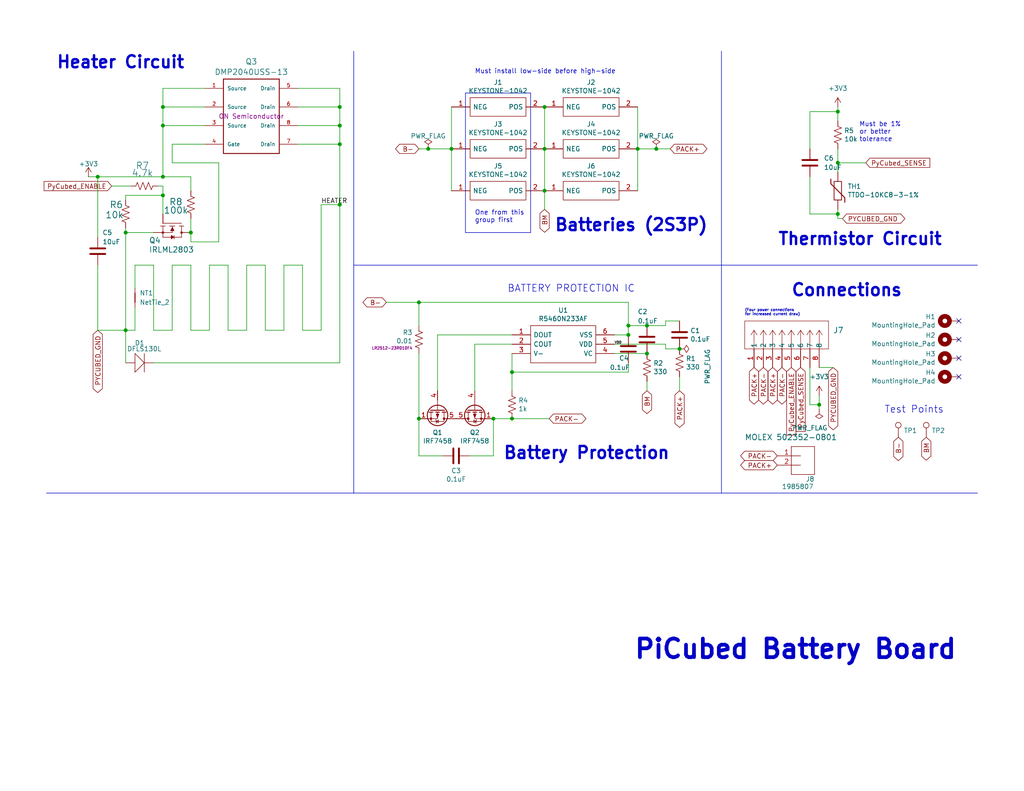
<source format=kicad_sch>
(kicad_sch (version 20250114) (generator "eeschema") (generator_version "9.0")
  (paper "USLetter")
  (title_block (title "PiCubed Battery Board") (date "2025-04-05") (rev "2.3") (company "SSI") (comment 1 "Original design by Max Holliday, edited by Grant Regen and Sage Wu"))
  (lib_symbols
    (symbol "Connector:TestPoint" (pin_numbers (hide yes)) (pin_names (offset 0.762) (hide yes))
      (property "Reference" "TP" (at 0 6.858 0))
      (property "Value" "TestPoint" (at 0 5.08 0))
      (symbol "TestPoint_0_1"
        (circle (center 0 3.302) (radius 0.762))
      )
      (symbol "TestPoint_1_1"
        (pin passive line (at 0 0 90) (length 2.54) (name "1") (number "1"))
      )
    )
    (symbol "Device:C" (pin_numbers (hide yes)) (pin_names (offset 0.254))
      (property "Reference" "C" (at 0.635 2.54 0))
      (property "Value" "C" (at 0.635 -2.54 0))
      (symbol "C_0_1"
        (polyline (pts (xy -2.032 0.762) (xy 2.032 0.762)) (stroke (width 0.508)))
        (polyline (pts (xy -2.032 -0.762) (xy 2.032 -0.762)) (stroke (width 0.508)))
      )
      (symbol "C_1_1"
        (pin passive line (at 0 3.81 270) (length 2.794) (name "~") (number "1"))
        (pin passive line (at 0 -3.81 90) (length 2.794) (name "~") (number "2"))
      )
    )
    (symbol "Device:NetTie_2" (pin_numbers (hide yes)) (pin_names (offset 0) (hide yes)) (in_bom no)
      (property "Reference" "NT" (at 0 1.27 0))
      (property "Value" "NetTie_2" (at 0 -1.27 0))
      (symbol "NetTie_2_0_1"
        (polyline (pts (xy -1.27 0) (xy 1.27 0)) (stroke (width 0.254)))
      )
      (symbol "NetTie_2_1_1"
        (pin passive line (at -2.54 0 0) (length 2.54) (name "1") (number "1"))
        (pin passive line (at 2.54 0 180) (length 2.54) (name "2") (number "2"))
      )
    )
    (symbol "Device:R_US" (pin_numbers (hide yes)) (pin_names (offset 0))
      (property "Reference" "R" (at 2.54 0 90))
      (property "Value" "R_US" (at -2.54 0 90))
      (symbol "R_US_0_1"
        (polyline (pts (xy 0 2.286) (xy 0 2.54)))
        (polyline (pts (xy 0 2.286) (xy 1.016 1.905) (xy 0 1.524) (xy -1.016 1.143) (xy 0 0.762)))
        (polyline (pts (xy 0 0.762) (xy 1.016 0.381) (xy 0 0) (xy -1.016 -0.381) (xy 0 -0.762)))
        (polyline (pts (xy 0 -0.762) (xy 1.016 -1.143) (xy 0 -1.524) (xy -1.016 -1.905) (xy 0 -2.286)))
        (polyline (pts (xy 0 -2.286) (xy 0 -2.54)))
      )
      (symbol "R_US_1_1"
        (pin passive line (at 0 3.81 270) (length 1.27) (name "~") (number "1"))
        (pin passive line (at 0 -3.81 90) (length 1.27) (name "~") (number "2"))
      )
    )
    (symbol "Device:Thermistor" (pin_numbers (hide yes)) (pin_names (offset 0))
      (property "Reference" "TH" (at 2.54 1.27 90))
      (property "Value" "Thermistor" (at -2.54 0 90))
      (symbol "Thermistor_0_1"
        (polyline (pts (xy -1.905 3.175) (xy -1.905 1.905) (xy 1.905 -1.905) (xy 1.905 -3.175) (xy 1.905 -3.175)) (stroke (width 0.254)))
        (rectangle (start -1.016 2.54) (end 1.016 -2.54) (stroke (width 0.2032)))
      )
      (symbol "Thermistor_1_1"
        (pin passive line (at 0 5.08 270) (length 2.54) (name "~") (number "1"))
        (pin passive line (at 0 -5.08 90) (length 2.54) (name "~") (number "2"))
      )
    )
    (symbol "Mechanical:MountingHole_Pad" (pin_numbers (hide yes)) (pin_names (offset 1.016) (hide yes)) (exclude_from_sim yes) (in_bom no)
      (property "Reference" "H" (at 0 6.35 0))
      (property "Value" "MountingHole_Pad" (at 0 4.445 0))
      (symbol "MountingHole_Pad_0_1"
        (circle (center 0 1.27) (radius 1.27) (stroke (width 1.27)))
      )
      (symbol "MountingHole_Pad_1_1"
        (pin input line (at 0 -2.54 90) (length 2.54) (name "1") (number "1"))
      )
    )
    (symbol "power:+3V3" (power) (pin_numbers (hide yes)) (pin_names (offset 0) (hide yes))
      (property "Value" "+3V3" (at 0 3.556 0))
      (symbol "+3V3_0_1"
        (polyline (pts (xy -0.762 1.27) (xy 0 2.54)))
        (polyline (pts (xy 0 2.54) (xy 0.762 1.27)))
        (polyline (pts (xy 0 0) (xy 0 2.54)))
      )
      (symbol "+3V3_1_1"
        (pin power_in line (at 0 0 90) (length 0) (name "~") (number "1"))
      )
    )
    (symbol "power:PWR_FLAG" (power) (pin_numbers (hide yes)) (pin_names (offset 0) (hide yes))
      (property "Value" "PWR_FLAG" (at 0 3.81 0))
      (symbol "PWR_FLAG_0_0"
        (pin power_out line (at 0 0 90) (length 0) (name "~") (number "1"))
      )
      (symbol "PWR_FLAG_0_1"
        (polyline (pts (xy 0 0) (xy 0 1.27) (xy -1.016 1.905) (xy 0 2.54) (xy 1.016 1.905) (xy 0 1.27)))
      )
    )
    (symbol "ssi_IC:R5460N233AF" (pin_names (offset 0.762))
      (property "Reference" "U" (at 12.7 3.81 0))
      (property "Value" "R5460N233AF" (at 7.62 -8.89 0))
      (symbol "R5460N233AF_0_0"
        (pin output line (at 0 0 0) (length 5.08) (name "DOUT") (number "1"))
        (pin output line (at 0 -2.54 0) (length 5.08) (name "COUT") (number "2"))
        (pin input line (at 0 -5.08 0) (length 5.08) (name "V-") (number "3"))
        (pin power_in line (at 27.94 0 180) (length 5.08) (name "VSS") (number "6"))
        (pin power_in line (at 27.94 -2.54 180) (length 5.08) (name "VDD") (number "5"))
        (pin input line (at 27.94 -5.08 180) (length 5.08) (name "VC") (number "4"))
      )
      (symbol "R5460N233AF_0_1"
        (polyline (pts (xy 5.08 2.54) (xy 22.86 2.54) (xy 22.86 -7.62) (xy 5.08 -7.62) (xy 5.08 2.54)) (stroke (width 0.1524)))
      )
    )
    (symbol "ssi_connector:1985807" (pin_names (offset 1.016))
      (property "Reference" "JP" (at -2.54 5.842 0))
      (property "Value" "1985807" (at -2.54 -5.08 0))
      (symbol "1985807_1_0"
        (polyline (pts (xy -2.54 5.08) (xy -2.54 -2.54)))
        (polyline (pts (xy -2.54 5.08) (xy 3.81 5.08)))
        (polyline (pts (xy 1.27 2.54) (xy 2.54 2.54)))
        (polyline (pts (xy 1.27 0) (xy 2.54 0)))
        (polyline (pts (xy 3.81 -2.54) (xy -2.54 -2.54)))
        (polyline (pts (xy 3.81 -2.54) (xy 3.81 5.08)))
        (pin passive line (at 7.62 2.54 180) (length 5.08) (name "2") (number "2"))
        (pin passive line (at 7.62 0 180) (length 5.08) (name "1") (number "1"))
      )
    )
    (symbol "ssi_connector:502352-0801" (pin_names (offset 0.254))
      (property "Reference" "J7" (at 10.16 -21.59 90))
      (property "Value" "MOLEX 502352-0801" (at -19.05 2.54 90))
      (symbol "502352-0801_1_1"
        (polyline (pts (xy 5.08 2.54) (xy 5.08 -20.32)) (stroke (width 0.127)))
        (polyline (pts (xy 5.08 -20.32) (xy 12.7 -20.32)) (stroke (width 0.127)))
        (polyline (pts (xy 10.16 0) (xy 5.08 0)) (stroke (width 0.127)))
        (polyline (pts (xy 10.16 0) (xy 8.89 0.8467)) (stroke (width 0.127)))
        (polyline (pts (xy 10.16 0) (xy 8.89 -0.8467)) (stroke (width 0.127)))
        (polyline (pts (xy 10.16 -2.54) (xy 5.08 -2.54)) (stroke (width 0.127)))
        (polyline (pts (xy 10.16 -2.54) (xy 8.89 -1.6933)) (stroke (width 0.127)))
        (polyline (pts (xy 10.16 -2.54) (xy 8.89 -3.3867)) (stroke (width 0.127)))
        (polyline (pts (xy 10.16 -5.08) (xy 5.08 -5.08)) (stroke (width 0.127)))
        (polyline (pts (xy 10.16 -5.08) (xy 8.89 -4.2333)) (stroke (width 0.127)))
        (polyline (pts (xy 10.16 -5.08) (xy 8.89 -5.9267)) (stroke (width 0.127)))
        (polyline (pts (xy 10.16 -7.62) (xy 5.08 -7.62)) (stroke (width 0.127)))
        (polyline (pts (xy 10.16 -7.62) (xy 8.89 -6.7733)) (stroke (width 0.127)))
        (polyline (pts (xy 10.16 -7.62) (xy 8.89 -8.4667)) (stroke (width 0.127)))
        (polyline (pts (xy 10.16 -10.16) (xy 5.08 -10.16)) (stroke (width 0.127)))
        (polyline (pts (xy 10.16 -10.16) (xy 8.89 -9.3133)) (stroke (width 0.127)))
        (polyline (pts (xy 10.16 -10.16) (xy 8.89 -11.0067)) (stroke (width 0.127)))
        (polyline (pts (xy 10.16 -12.7) (xy 5.08 -12.7)) (stroke (width 0.127)))
        (polyline (pts (xy 10.16 -12.7) (xy 8.89 -11.8533)) (stroke (width 0.127)))
        (polyline (pts (xy 10.16 -12.7) (xy 8.89 -13.5467)) (stroke (width 0.127)))
        (polyline (pts (xy 10.16 -15.24) (xy 5.08 -15.24)) (stroke (width 0.127)))
        (polyline (pts (xy 10.16 -15.24) (xy 8.89 -14.3933)) (stroke (width 0.127)))
        (polyline (pts (xy 10.16 -15.24) (xy 8.89 -16.0867)) (stroke (width 0.127)))
        (polyline (pts (xy 10.16 -17.78) (xy 5.08 -17.78)) (stroke (width 0.127)))
        (polyline (pts (xy 10.16 -17.78) (xy 8.89 -16.9333)) (stroke (width 0.127)))
        (polyline (pts (xy 10.16 -17.78) (xy 8.89 -18.6267)) (stroke (width 0.127)))
        (polyline (pts (xy 12.7 2.54) (xy 5.08 2.54)) (stroke (width 0.127)))
        (polyline (pts (xy 12.7 -20.32) (xy 12.7 2.54)) (stroke (width 0.127)))
        (pin passive line (at 0 0 0) (length 5.08) (name "1") (number "1"))
        (pin passive line (at 0 -2.54 0) (length 5.08) (name "2") (number "2"))
        (pin passive line (at 0 -5.08 0) (length 5.08) (name "3") (number "3"))
        (pin passive line (at 0 -7.62 0) (length 5.08) (name "4") (number "4"))
        (pin passive line (at 0 -10.16 0) (length 5.08) (name "5") (number "5"))
        (pin passive line (at 0 -12.7 0) (length 5.08) (name "6") (number "6"))
        (pin passive line (at 0 -15.24 0) (length 5.08) (name "7") (number "7"))
        (pin passive line (at 0 -17.78 0) (length 5.08) (name "8") (number "8"))
      )
    )
    (symbol "ssi_connector:Keystone-1042" (pin_names (offset 0.762))
      (property "Reference" "J" (at 11.43 6.35 0))
      (property "Value" "Keystone-1042" (at 10.16 3.81 0))
      (symbol "Keystone-1042_0_0"
        (pin power_out line (at 0 0 0) (length 5.08) (name "NEG") (number "1"))
        (pin power_out line (at 25.4 0 180) (length 5.08) (name "POS") (number "2"))
      )
      (symbol "Keystone-1042_0_1"
        (polyline (pts (xy 5.08 2.54) (xy 20.32 2.54) (xy 20.32 -2.54) (xy 5.08 -2.54) (xy 5.08 2.54)) (stroke (width 0.1524)))
      )
    )
    (symbol "ssi_diode:DFLS130L" (pin_names (offset 1.016))
      (property "Reference" "D" (at 0 2.54 0))
      (property "Value" "DFLS130L" (at 0 -5.08 0))
      (symbol "DFLS130L_1_0"
        (polyline (pts (xy 0 2.54) (xy 0 -2.54)))
        (polyline (pts (xy 0 -2.54) (xy 2.54 0)))
        (polyline (pts (xy 2.54 2.54) (xy 2.54 -2.54)))
        (polyline (pts (xy 2.54 0) (xy 0 2.54)))
        (pin bidirectional line (at -2.54 0 0) (length 2.54) (name "A") (number "A"))
        (pin bidirectional line (at 5.08 0 180) (length 2.54) (name "C") (number "C"))
      )
    )
    (symbol "ssi_transistor:DMP2040USS-13" (pin_names (offset 1.016))
      (property "Reference" "Q" (at -7.62 10.287 0))
      (property "Value" "DMP2040USS-13" (at -7.493 -12.065 0))
      (symbol "DMP2040USS-13_0_0"
        (polyline (pts (xy -7.62 10.16) (xy 7.62 10.16)) (stroke (width 0.254)))
        (polyline (pts (xy -7.62 -10.16) (xy -7.62 10.16)) (stroke (width 0.254)))
        (polyline (pts (xy 7.62 10.16) (xy 7.62 -10.16)) (stroke (width 0.254)))
        (polyline (pts (xy 7.62 -10.16) (xy -7.62 -10.16)) (stroke (width 0.254)))
        (pin bidirectional line (at -12.7 7.62 0) (length 5.08) (name "Source") (number "1"))
        (pin bidirectional line (at -12.7 2.54 0) (length 5.08) (name "Source") (number "2"))
        (pin bidirectional line (at -12.7 -2.54 0) (length 5.08) (name "Source") (number "3"))
        (pin bidirectional line (at -12.7 -7.62 0) (length 5.08) (name "Gate") (number "4"))
        (pin bidirectional line (at 12.7 7.62 180) (length 5.08) (name "Drain") (number "5"))
        (pin bidirectional line (at 12.7 2.54 180) (length 5.08) (name "Drain") (number "6"))
        (pin bidirectional line (at 12.7 -2.54 180) (length 5.08) (name "Drain") (number "8"))
        (pin bidirectional line (at 12.7 -7.62 180) (length 5.08) (name "Drain") (number "7"))
      )
    )
    (symbol "ssi_transistor:IRF7458" (pin_names (hide yes))
      (property "Reference" "Q1" (at 6.3246 0 90))
      (property "Value" "IRF7458" (at 8.636 0 90))
      (symbol "IRF7458_0_1"
        (polyline (pts (xy 0.254 1.905) (xy 0.254 -1.905)) (stroke (width 0.254)))
        (polyline (pts (xy 0.254 0) (xy -2.54 0)))
        (polyline (pts (xy 0.762 2.286) (xy 0.762 1.27)) (stroke (width 0.254)))
        (polyline (pts (xy 0.762 1.778) (xy 3.302 1.778) (xy 3.302 -1.778) (xy 0.762 -1.778)))
        (polyline (pts (xy 0.762 0.508) (xy 0.762 -0.508)) (stroke (width 0.254)))
        (polyline (pts (xy 0.762 -1.27) (xy 0.762 -2.286)) (stroke (width 0.254)))
        (circle (center 1.651 0) (radius 2.794) (stroke (width 0.254)))
        (polyline (pts (xy 2.286 0) (xy 1.27 0.381) (xy 1.27 -0.381) (xy 2.286 0)) (fill (type outline)))
        (polyline (pts (xy 2.54 2.54) (xy 2.54 1.778)))
        (circle (center 2.54 1.778) (radius 0.254) (fill (type outline)))
        (circle (center 2.54 -1.778) (radius 0.254) (fill (type outline)))
        (polyline (pts (xy 2.54 -2.54) (xy 2.54 0) (xy 0.762 0)))
        (polyline (pts (xy 2.794 -0.508) (xy 2.921 -0.381) (xy 3.683 -0.381) (xy 3.81 -0.254)))
        (polyline (pts (xy 3.302 -0.381) (xy 2.921 0.254) (xy 3.683 0.254) (xy 3.302 -0.381)))
      )
      (symbol "IRF7458_1_1"
        (pin passive line (at -5.08 0 0) (length 2.54) (name "G") (number "4"))
        (pin passive line (at 2.54 5.08 270) (length 2.54) (name "D") (number "5"))
        (pin passive line (at 2.54 5.08 270) (length 2.54) (hide yes) (name "D") (number "6"))
        (pin passive line (at 2.54 5.08 270) (length 2.54) (hide yes) (name "D") (number "7"))
        (pin passive line (at 2.54 5.08 270) (length 2.54) (hide yes) (name "D") (number "8"))
        (pin passive line (at 2.54 -5.08 90) (length 2.54) (name "S") (number "1"))
        (pin passive line (at 2.54 -5.08 90) (length 2.54) (hide yes) (name "S") (number "2"))
        (pin passive line (at 2.54 -5.08 90) (length 2.54) (hide yes) (name "S") (number "3"))
      )
    )
    (symbol "ssi_transistor:IRLML2803TRPBF" (pin_names (offset 1.016))
      (property "Reference" "Q" (at -11.43 1.27 0))
      (property "Value" "IRLML2803TRPBF" (at -11.43 3.81 0))
      (symbol "IRLML2803TRPBF_1_0"
        (polyline (pts (xy 0 2.54) (xy 0 -2.54)))
        (polyline (pts (xy 0.762 3.175) (xy 0.762 2.54)))
        (polyline (pts (xy 0.762 2.54) (xy 0.762 1.905)))
        (polyline (pts (xy 0.762 2.54) (xy 3.81 2.54)))
        (polyline (pts (xy 0.762 0.762) (xy 0.762 0)))
        (polyline (pts (xy 0.762 0) (xy 0.762 -0.762)))
        (polyline (pts (xy 0.762 0) (xy 2.54 0)))
        (polyline (pts (xy 0.762 -1.905) (xy 0.762 -2.54)))
        (polyline (pts (xy 0.762 -2.54) (xy 0.762 -3.175)))
        (polyline (pts (xy 1.016 0) (xy 2.032 0.508) (xy 2.032 -0.508)) (fill (type outline)))
        (circle (center 2.54 2.54) (radius 0.254))
        (polyline (pts (xy 2.54 0) (xy 2.54 -2.54)))
        (polyline (pts (xy 2.54 -2.54) (xy 0.762 -2.54)))
        (polyline (pts (xy 2.54 -2.54) (xy 3.81 -2.54)))
        (circle (center 2.54 -2.54) (radius 0.254))
        (polyline (pts (xy 3.302 0.508) (xy 3.81 0.508)))
        (polyline (pts (xy 3.81 2.54) (xy 3.81 0.508)))
        (polyline (pts (xy 3.81 0.508) (xy 3.81 -0.508)))
        (polyline (pts (xy 3.81 0.508) (xy 4.318 0.508)))
        (polyline (pts (xy 3.81 0.508) (xy 3.302 -0.254) (xy 4.318 -0.254)) (fill (type outline)))
        (polyline (pts (xy 3.81 -0.508) (xy 3.81 -2.54)))
        (pin passive line (at -2.54 -2.54 0) (length 2.54) (name "G") (number "1"))
        (pin passive line (at 2.54 5.08 270) (length 2.54) (name "D") (number "3"))
        (pin passive line (at 2.54 -5.08 90) (length 2.54) (name "S") (number "2"))
      )
    )
  )
  (text "Connections" (at 246.38 81.28 0) (effects (font (size 3.2766 3.2766) (thickness 0.6553) (bold yes)) (justify right bottom)))
  (text "(Four power connections \nfor increased current draw)" (at 203.2 86.36 0) (effects (font (size 0.7112 0.7112)) (justify left bottom)))
  (text "One from this \ngroup first" (at 129.54 60.96 0) (effects (font (size 1.27 1.27)) (justify left bottom)))
  (text "Must be 1%\nor better\ntolerance" (at 234.442 38.862 0) (effects (font (size 1.27 1.27)) (justify left bottom)))
  (text "PiCubed Battery Board" (at 172.72 180.34 0) (effects (font (size 5.08 5.08) (thickness 1.016) (bold yes)) (justify left bottom)))
  (text "Batteries (2S3P)" (at 151.13 63.5 0) (effects (font (size 3.2766 3.2766) (thickness 0.6553) (bold yes)) (justify left bottom)))
  (text "Heater Circuit" (at 15.24 19.05 0) (effects (font (size 3.2766 3.2766) (thickness 0.6553) (bold yes)) (justify left bottom)))
  (text "Test Points" (at 241.3 113.03 0) (effects (font (size 1.905 1.905)) (justify left bottom)))
  (text "Battery Protection" (at 137.16 125.73 0) (effects (font (size 3.2766 3.2766) (thickness 0.6553) (bold yes)) (justify left bottom)))
  (text "Must install low-side before high-side" (at 129.54 20.32 0) (effects (font (size 1.27 1.27)) (justify left bottom)))
  (text "Thermistor Circuit" (at 212.09 67.31 0) (effects (font (size 3.2766 3.2766) (thickness 0.6553) (bold yes)) (justify left bottom)))
  (text "BATTERY PROTECTION IC" (at 138.43 80.01 0) (effects (font (size 1.905 1.905)) (justify left bottom)))
  (junction (at 34.29 90.17))
  (junction (at 185.42 95.25))
  (junction (at 116.84 40.64))
  (junction (at 139.7 114.3))
  (junction (at 228.6 44.45))
  (junction (at 92.71 29.21))
  (junction (at 139.7 101.6))
  (junction (at 171.45 88.9))
  (junction (at 92.71 34.29))
  (junction (at 44.45 29.21))
  (junction (at 171.45 91.44))
  (junction (at 148.59 52.07))
  (junction (at 92.71 39.37))
  (junction (at 44.45 53.34))
  (junction (at 114.3 82.55))
  (junction (at 223.52 110.49))
  (junction (at 26.67 48.26))
  (junction (at 148.59 29.21))
  (junction (at 173.99 40.64))
  (junction (at 123.19 40.64))
  (junction (at 228.6 58.42))
  (junction (at 92.71 55.88))
  (junction (at 228.6 30.48))
  (junction (at 176.53 96.52))
  (junction (at 179.07 40.64))
  (junction (at 52.07 63.5))
  (junction (at 176.53 88.9))
  (junction (at 34.29 63.5))
  (junction (at 148.59 40.64))
  (junction (at 114.3 114.3))
  (junction (at 134.62 114.3))
  (junction (at 44.45 48.26))
  (junction (at 44.45 34.29))
  (no_connect (at 261.62 102.87))
  (no_connect (at 261.62 92.71))
  (no_connect (at 261.62 97.79))
  (no_connect (at 261.62 87.63))
  (wire (pts (xy 82.55 72.39) (xy 77.47 72.39)))
  (wire (pts (xy 171.45 82.55) (xy 114.3 82.55)))
  (wire (pts (xy 44.45 48.26) (xy 44.45 34.29)))
  (wire (pts (xy 46.99 90.17) (xy 41.91 90.17)))
  (wire (pts (xy 171.45 99.06) (xy 171.45 101.6)))
  (wire (pts (xy 114.3 124.46) (xy 114.3 114.3)))
  (wire (pts (xy 148.59 52.07) (xy 148.59 57.15)))
  (wire (pts (xy 52.07 72.39) (xy 46.99 72.39)))
  (wire (pts (xy 139.7 106.68) (xy 139.7 101.6)))
  (wire (pts (xy 36.83 72.39) (xy 36.83 78.74)))
  (wire (pts (xy 46.99 72.39) (xy 46.99 90.17)))
  (wire (pts (xy 30.48 50.8) (xy 35.56 50.8)))
  (wire (pts (xy 34.29 53.34) (xy 44.45 53.34)))
  (wire (pts (xy 59.69 44.45) (xy 46.99 44.45)))
  (wire (pts (xy 92.71 29.21) (xy 92.71 34.29)))
  (wire (pts (xy 176.53 88.9) (xy 181.61 88.9)))
  (wire (pts (xy 41.91 63.5) (xy 34.29 63.5)))
  (wire (pts (xy 62.23 90.17) (xy 62.23 72.39)))
  (wire (pts (xy 59.69 66.04) (xy 59.69 44.45)))
  (wire (pts (xy 67.31 72.39) (xy 67.31 90.17)))
  (wire (pts (xy 44.45 48.26) (xy 52.07 48.26)))
  (wire (pts (xy 41.91 90.17) (xy 41.91 72.39)))
  (wire (pts (xy 223.52 107.95) (xy 223.52 110.49)))
  (polyline (pts (xy 127 25.4) (xy 144.78 25.4)))
  (wire (pts (xy 119.38 91.44) (xy 139.7 91.44)))
  (wire (pts (xy 123.19 52.07) (xy 123.19 40.64)))
  (wire (pts (xy 114.3 40.64) (xy 116.84 40.64)))
  (wire (pts (xy 220.98 40.64) (xy 220.98 30.48)))
  (wire (pts (xy 41.91 99.06) (xy 92.71 99.06)))
  (wire (pts (xy 176.53 106.68) (xy 176.53 104.14)))
  (wire (pts (xy 114.3 114.3) (xy 114.3 96.52)))
  (wire (pts (xy 123.19 40.64) (xy 123.19 29.21)))
  (wire (pts (xy 52.07 90.17) (xy 52.07 72.39)))
  (wire (pts (xy 119.38 106.68) (xy 119.38 91.44)))
  (wire (pts (xy 57.15 90.17) (xy 52.07 90.17)))
  (wire (pts (xy 57.15 72.39) (xy 57.15 90.17)))
  (wire (pts (xy 87.63 90.17) (xy 82.55 90.17)))
  (wire (pts (xy 44.45 24.13) (xy 55.88 24.13)))
  (wire (pts (xy 92.71 55.88) (xy 92.71 39.37)))
  (wire (pts (xy 223.52 111.76) (xy 223.52 110.49)))
  (wire (pts (xy 128.27 124.46) (xy 134.62 124.46)))
  (wire (pts (xy 223.52 110.49) (xy 220.98 110.49)))
  (wire (pts (xy 228.6 44.45) (xy 228.6 40.64)))
  (wire (pts (xy 26.67 90.17) (xy 34.29 90.17)))
  (wire (pts (xy 173.99 40.64) (xy 179.07 40.64)))
  (wire (pts (xy 167.64 91.44) (xy 171.45 91.44)))
  (wire (pts (xy 185.42 106.68) (xy 185.42 102.87)))
  (wire (pts (xy 72.39 90.17) (xy 72.39 72.39)))
  (wire (pts (xy 46.99 44.45) (xy 46.99 39.37)))
  (wire (pts (xy 67.31 90.17) (xy 62.23 90.17)))
  (wire (pts (xy 77.47 72.39) (xy 77.47 90.17)))
  (wire (pts (xy 171.45 88.9) (xy 176.53 88.9)))
  (wire (pts (xy 87.63 55.88) (xy 87.63 90.17)))
  (wire (pts (xy 171.45 88.9) (xy 171.45 91.44)))
  (wire (pts (xy 148.59 40.64) (xy 148.59 52.07)))
  (wire (pts (xy 181.61 88.9) (xy 181.61 87.63)))
  (wire (pts (xy 44.45 29.21) (xy 44.45 34.29)))
  (wire (pts (xy 92.71 55.88) (xy 87.63 55.88)))
  (polyline (pts (xy 12.7 134.62) (xy 96.52 134.62)))
  (wire (pts (xy 134.62 114.3) (xy 139.7 114.3)))
  (wire (pts (xy 181.61 87.63) (xy 185.42 87.63)))
  (wire (pts (xy 171.45 101.6) (xy 139.7 101.6)))
  (wire (pts (xy 171.45 88.9) (xy 171.45 82.55)))
  (wire (pts (xy 77.47 90.17) (xy 72.39 90.17)))
  (wire (pts (xy 114.3 82.55) (xy 105.41 82.55)))
  (polyline (pts (xy 96.52 134.62) (xy 96.52 13.97)))
  (wire (pts (xy 228.6 59.69) (xy 228.6 58.42)))
  (wire (pts (xy 129.54 93.98) (xy 129.54 106.68)))
  (wire (pts (xy 26.67 72.39) (xy 26.67 90.17)))
  (wire (pts (xy 81.28 29.21) (xy 92.71 29.21)))
  (wire (pts (xy 34.29 53.34) (xy 34.29 54.61)))
  (wire (pts (xy 72.39 72.39) (xy 67.31 72.39)))
  (wire (pts (xy 44.45 50.8) (xy 44.45 53.34)))
  (wire (pts (xy 24.13 48.26) (xy 26.67 48.26)))
  (wire (pts (xy 134.62 124.46) (xy 134.62 114.3)))
  (wire (pts (xy 52.07 66.04) (xy 52.07 63.5)))
  (wire (pts (xy 34.29 63.5) (xy 34.29 90.17)))
  (wire (pts (xy 228.6 58.42) (xy 228.6 57.15)))
  (wire (pts (xy 34.29 90.17) (xy 36.83 90.17)))
  (wire (pts (xy 120.65 124.46) (xy 114.3 124.46)))
  (wire (pts (xy 34.29 62.23) (xy 34.29 63.5)))
  (wire (pts (xy 228.6 30.48) (xy 228.6 33.02)))
  (wire (pts (xy 36.83 83.82) (xy 36.83 90.17)))
  (wire (pts (xy 92.71 29.21) (xy 92.71 24.13)))
  (wire (pts (xy 92.71 34.29) (xy 92.71 39.37)))
  (wire (pts (xy 44.45 34.29) (xy 55.88 34.29)))
  (wire (pts (xy 149.86 114.3) (xy 139.7 114.3)))
  (wire (pts (xy 139.7 101.6) (xy 139.7 96.52)))
  (wire (pts (xy 44.45 53.34) (xy 44.45 58.42)))
  (wire (pts (xy 81.28 24.13) (xy 92.71 24.13)))
  (wire (pts (xy 26.67 48.26) (xy 44.45 48.26)))
  (wire (pts (xy 228.6 46.99) (xy 228.6 44.45)))
  (wire (pts (xy 92.71 99.06) (xy 92.71 55.88)))
  (wire (pts (xy 181.61 93.98) (xy 181.61 95.25)))
  (wire (pts (xy 220.98 58.42) (xy 220.98 48.26)))
  (wire (pts (xy 52.07 59.69) (xy 52.07 63.5)))
  (polyline (pts (xy 144.78 25.4) (xy 144.78 63.5)))
  (wire (pts (xy 148.59 29.21) (xy 148.59 40.64)))
  (polyline (pts (xy 144.78 63.5) (xy 127 63.5)))
  (polyline (pts (xy 196.85 13.97) (xy 196.85 134.62)))
  (wire (pts (xy 179.07 40.64) (xy 182.88 40.64)))
  (wire (pts (xy 227.33 100.33) (xy 223.52 100.33)))
  (polyline (pts (xy 96.52 72.39) (xy 266.7 72.39)))
  (wire (pts (xy 173.99 52.07) (xy 173.99 40.64)))
  (wire (pts (xy 228.6 44.45) (xy 236.22 44.45)))
  (polyline (pts (xy 96.52 134.62) (xy 266.7 134.62)))
  (wire (pts (xy 114.3 82.55) (xy 114.3 88.9)))
  (wire (pts (xy 26.67 48.26) (xy 26.67 64.77)))
  (wire (pts (xy 220.98 110.49) (xy 220.98 100.33)))
  (polyline (pts (xy 127 63.5) (xy 127 25.4)))
  (wire (pts (xy 34.29 90.17) (xy 34.29 99.06)))
  (wire (pts (xy 229.87 59.69) (xy 228.6 59.69)))
  (wire (pts (xy 44.45 29.21) (xy 44.45 24.13)))
  (wire (pts (xy 52.07 48.26) (xy 52.07 52.07)))
  (wire (pts (xy 41.91 72.39) (xy 36.83 72.39)))
  (wire (pts (xy 62.23 72.39) (xy 57.15 72.39)))
  (wire (pts (xy 82.55 72.39) (xy 82.55 90.17)))
  (wire (pts (xy 46.99 39.37) (xy 55.88 39.37)))
  (wire (pts (xy 167.64 93.98) (xy 181.61 93.98)))
  (wire (pts (xy 173.99 40.64) (xy 173.99 29.21)))
  (wire (pts (xy 220.98 30.48) (xy 228.6 30.48)))
  (wire (pts (xy 81.28 34.29) (xy 92.71 34.29)))
  (wire (pts (xy 181.61 95.25) (xy 185.42 95.25)))
  (wire (pts (xy 167.64 96.52) (xy 176.53 96.52)))
  (wire (pts (xy 220.98 58.42) (xy 228.6 58.42)))
  (wire (pts (xy 116.84 40.64) (xy 123.19 40.64)))
  (wire (pts (xy 129.54 93.98) (xy 139.7 93.98)))
  (wire (pts (xy 44.45 29.21) (xy 55.88 29.21)))
  (wire (pts (xy 52.07 66.04) (xy 59.69 66.04)))
  (wire (pts (xy 81.28 39.37) (xy 92.71 39.37)))
  (wire (pts (xy 228.6 29.21) (xy 228.6 30.48)))
  (wire (pts (xy 43.18 50.8) (xy 44.45 50.8)))
  (label "HEATER" (at 87.63 55.88 0))
  (label "VDD" (at 167.64 93.98 0) (effects (font (size 0.635 0.635))))
  (global_label "PACK+" (shape bidirectional) (at 210.82 100.33 270) (property "Intersheetrefs" "${INTERSHEET_REFS}" (effects (hide yes))))
  (global_label "PyCubed_ENABLE" (shape input) (at 215.9 100.33 270) (property "Intersheetrefs" "${INTERSHEET_REFS}" (effects (hide yes))))
  (global_label "PYCUBED_GND" (shape bidirectional) (at 227.33 100.33 270) (property "Intersheetrefs" "${INTERSHEET_REFS}" (effects (hide yes))))
  (global_label "PACK+" (shape bidirectional) (at 212.09 127 180) (property "Intersheetrefs" "${INTERSHEET_REFS}" (effects (hide yes))))
  (global_label "PyCubed_ENABLE" (shape input) (at 30.48 50.8 180) (property "Intersheetrefs" "${INTERSHEET_REFS}" (effects (hide yes))))
  (global_label "PYCUBED_GND" (shape bidirectional) (at 229.87 59.69 0) (property "Intersheetrefs" "${INTERSHEET_REFS}" (effects (hide yes))))
  (global_label "PACK+" (shape bidirectional) (at 185.42 106.68 270) (property "Intersheetrefs" "${INTERSHEET_REFS}" (effects (hide yes))))
  (global_label "PACK-" (shape bidirectional) (at 212.09 124.46 180) (property "Intersheetrefs" "${INTERSHEET_REFS}" (effects (hide yes))))
  (global_label "B-" (shape bidirectional) (at 114.3 40.64 180) (property "Intersheetrefs" "${INTERSHEET_REFS}" (effects (hide yes))))
  (global_label "B-" (shape bidirectional) (at 245.11 119.38 270) (property "Intersheetrefs" "${INTERSHEET_REFS}" (effects (hide yes))))
  (global_label "B-" (shape bidirectional) (at 105.41 82.55 180) (property "Intersheetrefs" "${INTERSHEET_REFS}" (effects (hide yes))))
  (global_label "BM" (shape bidirectional) (at 176.53 106.68 270) (property "Intersheetrefs" "${INTERSHEET_REFS}" (effects (hide yes))))
  (global_label "PACK-" (shape bidirectional) (at 149.86 114.3 0) (property "Intersheetrefs" "${INTERSHEET_REFS}" (effects (hide yes))))
  (global_label "BM" (shape bidirectional) (at 148.59 57.15 270) (property "Intersheetrefs" "${INTERSHEET_REFS}" (effects (hide yes))))
  (global_label "PACK-" (shape bidirectional) (at 208.28 100.33 270) (property "Intersheetrefs" "${INTERSHEET_REFS}" (effects (hide yes))))
  (global_label "PyCubed_SENSE" (shape input) (at 218.44 100.33 270) (property "Intersheetrefs" "${INTERSHEET_REFS}" (effects (hide yes))))
  (global_label "PyCubed_SENSE" (shape input) (at 236.22 44.45 0) (property "Intersheetrefs" "${INTERSHEET_REFS}" (effects (hide yes))))
  (global_label "PYCUBED_GND" (shape bidirectional) (at 26.67 90.17 270) (property "Intersheetrefs" "${INTERSHEET_REFS}" (effects (hide yes))))
  (global_label "PACK+" (shape bidirectional) (at 205.74 100.33 270) (property "Intersheetrefs" "${INTERSHEET_REFS}" (effects (hide yes))))
  (global_label "PACK-" (shape bidirectional) (at 213.36 100.33 270) (property "Intersheetrefs" "${INTERSHEET_REFS}" (effects (hide yes))))
  (global_label "BM" (shape bidirectional) (at 252.73 119.38 270) (property "Intersheetrefs" "${INTERSHEET_REFS}" (effects (hide yes))))
  (global_label "PACK+" (shape bidirectional) (at 182.88 40.64 0) (property "Intersheetrefs" "${INTERSHEET_REFS}" (effects (hide yes))))
  (symbol (lib_id "ssi_connector:Keystone-1042") (at 148.59 29.21 0) (unit 1)
    (property "Reference" "J2" (at 161.29 22.479 0))
    (property "Value" "KEYSTONE-1042" (at 161.29 24.7904 0))
    (property "Footprint" "ssi_connector:Keystone_1042" (effects (hide yes)))
    (property "Datasheet" "http://www.mouser.com/ds/2/215/042-744829.pdf" (effects (hide yes)))
    (property "Description" "Cylindrical Battery Contacts, Clips, Holders & Springs 18650 S/M PC BATTERY HOLDER" (effects (hide yes)))
    (property "Manufacturer_Name" "Keystone Electronics" (effects (hide yes)))
    (property "Manufacturer_Part_Number" "1042" (effects (hide yes)))
    (property "Mouser Part Number" "534-1042" (effects (hide yes)))
    (property "Mouser Price/Stock" "https://www.mouser.com/Search/Refine.aspx?Keyword=534-1042" (effects (hide yes)))
  )
  (symbol (lib_id "ssi_connector:Keystone-1042") (at 123.19 29.21 0) (unit 1)
    (property "Reference" "J1" (at 135.89 22.479 0))
    (property "Value" "KEYSTONE-1042" (at 135.89 24.7904 0))
    (property "Footprint" "ssi_connector:Keystone_1042" (effects (hide yes)))
    (property "Datasheet" "http://www.mouser.com/ds/2/215/042-744829.pdf" (effects (hide yes)))
    (property "Description" "Cylindrical Battery Contacts, Clips, Holders & Springs 18650 S/M PC BATTERY HOLDER" (effects (hide yes)))
    (property "Manufacturer_Name" "Keystone Electronics" (effects (hide yes)))
    (property "Manufacturer_Part_Number" "1042" (effects (hide yes)))
    (property "Mouser Part Number" "534-1042" (effects (hide yes)))
    (property "Mouser Price/Stock" "https://www.mouser.com/Search/Refine.aspx?Keyword=534-1042" (effects (hide yes)))
  )
  (symbol (lib_id "ssi_connector:Keystone-1042") (at 123.19 40.64 0) (unit 1)
    (property "Reference" "J3" (at 135.89 33.909 0))
    (property "Value" "KEYSTONE-1042" (at 135.89 36.2204 0))
    (property "Footprint" "ssi_connector:Keystone_1042" (effects (hide yes)))
    (property "Datasheet" "http://www.mouser.com/ds/2/215/042-744829.pdf" (effects (hide yes)))
    (property "Description" "Cylindrical Battery Contacts, Clips, Holders & Springs 18650 S/M PC BATTERY HOLDER" (effects (hide yes)))
    (property "Manufacturer_Name" "Keystone Electronics" (effects (hide yes)))
    (property "Manufacturer_Part_Number" "1042" (effects (hide yes)))
    (property "Mouser Part Number" "534-1042" (effects (hide yes)))
    (property "Mouser Price/Stock" "https://www.mouser.com/Search/Refine.aspx?Keyword=534-1042" (effects (hide yes)))
  )
  (symbol (lib_id "ssi_connector:Keystone-1042") (at 148.59 40.64 0) (unit 1)
    (property "Reference" "J4" (at 161.29 33.909 0))
    (property "Value" "KEYSTONE-1042" (at 161.29 36.2204 0))
    (property "Footprint" "ssi_connector:Keystone_1042" (effects (hide yes)))
    (property "Datasheet" "http://www.mouser.com/ds/2/215/042-744829.pdf" (effects (hide yes)))
    (property "Description" "Cylindrical Battery Contacts, Clips, Holders & Springs 18650 S/M PC BATTERY HOLDER" (effects (hide yes)))
    (property "Manufacturer_Name" "Keystone Electronics" (effects (hide yes)))
    (property "Manufacturer_Part_Number" "1042" (effects (hide yes)))
    (property "Mouser Part Number" "534-1042" (effects (hide yes)))
    (property "Mouser Price/Stock" "https://www.mouser.com/Search/Refine.aspx?Keyword=534-1042" (effects (hide yes)))
  )
  (symbol (lib_id "ssi_connector:Keystone-1042") (at 123.19 52.07 0) (unit 1)
    (property "Reference" "J5" (at 135.89 45.339 0))
    (property "Value" "KEYSTONE-1042" (at 135.89 47.6504 0))
    (property "Footprint" "ssi_connector:Keystone_1042" (effects (hide yes)))
    (property "Datasheet" "http://www.mouser.com/ds/2/215/042-744829.pdf" (effects (hide yes)))
    (property "Description" "Cylindrical Battery Contacts, Clips, Holders & Springs 18650 S/M PC BATTERY HOLDER" (effects (hide yes)))
    (property "Manufacturer_Name" "Keystone Electronics" (effects (hide yes)))
    (property "Manufacturer_Part_Number" "1042" (effects (hide yes)))
    (property "Mouser Part Number" "534-1042" (effects (hide yes)))
    (property "Mouser Price/Stock" "https://www.mouser.com/Search/Refine.aspx?Keyword=534-1042" (effects (hide yes)))
  )
  (symbol (lib_id "ssi_connector:Keystone-1042") (at 148.59 52.07 0) (unit 1)
    (property "Reference" "J6" (at 161.29 45.339 0))
    (property "Value" "KEYSTONE-1042" (at 161.29 47.6504 0))
    (property "Footprint" "ssi_connector:Keystone_1042" (effects (hide yes)))
    (property "Datasheet" "http://www.mouser.com/ds/2/215/042-744829.pdf" (effects (hide yes)))
    (property "Description" "Cylindrical Battery Contacts, Clips, Holders & Springs 18650 S/M PC BATTERY HOLDER" (effects (hide yes)))
    (property "Manufacturer_Name" "Keystone Electronics" (effects (hide yes)))
    (property "Manufacturer_Part_Number" "1042" (effects (hide yes)))
    (property "Mouser Part Number" "534-1042" (effects (hide yes)))
    (property "Mouser Price/Stock" "https://www.mouser.com/Search/Refine.aspx?Keyword=534-1042" (effects (hide yes)))
  )
  (symbol (lib_id "ssi_IC:R5460N233AF") (at 139.7 91.44 0) (unit 1)
    (property "Reference" "U1" (at 153.67 84.709 0))
    (property "Value" "R5460N233AF" (at 153.67 87.0204 0))
    (property "Footprint" "Package_TO_SOT_SMD:SOT-23-6" (effects (hide yes)))
    (property "Datasheet" "http://www.mouser.com/datasheet/2/792/r5460-e-1085730.pdf" (effects (hide yes)))
    (property "Description" "Battery Management 2-Cell Li-ion Protection IC" (effects (hide yes)))
    (property "Height" "1.3" (effects (hide yes)))
    (property "Manufacturer_Name" "Ricoh Electronic Devices Company" (effects (hide yes)))
    (property "Manufacturer_Part_Number" "R5460N233AF-TR-FE" (effects (hide yes)))
    (property "Mouser Part Number" "848-R5460N233AFTRFE" (effects (hide yes)))
    (property "Mouser Price/Stock" "https://www.mouser.com/Search/Refine.aspx?Keyword=848-R5460N233AFTRFE" (effects (hide yes)))
  )
  (symbol (lib_id "Connector:TestPoint") (at 245.11 119.38 0) (unit 1) (in_bom no)
    (property "Reference" "TP1" (at 246.5832 117.5512 0) (effects (justify left)))
    (property "Value" "TestPoint" (effects (hide yes)))
    (property "Footprint" "TestPoint:TestPoint_Loop_D1.80mm_Drill1.0mm_Beaded" (effects (hide yes)))
  )
  (symbol (lib_id "Connector:TestPoint") (at 252.73 119.38 0) (unit 1) (in_bom no)
    (property "Reference" "TP2" (at 254.2032 117.5512 0) (effects (justify left)))
    (property "Value" "TestPoint" (effects (hide yes)))
    (property "Footprint" "TestPoint:TestPoint_Loop_D1.80mm_Drill1.0mm_Beaded" (effects (hide yes)))
  )
  (symbol (lib_id "ssi_transistor:IRF7458") (at 129.54 111.76 90) (mirror x) (unit 1)
    (property "Reference" "Q2" (at 129.54 118.0846 90))
    (property "Value" "IRF7458" (at 129.54 120.396 90))
    (property "Footprint" "Package_SO:SOIC-8_3.9x4.9mm_P1.27mm" (effects (hide yes)))
    (property "Datasheet" "https://www.infineon.com/dgdl/irf7458pbf.pdf?fileId=5546d462533600a4015355fecb231bfe" (effects (hide yes)))
    (property "Description" "N-Channel 30 V 14A (Ta) 2.5W (Ta) Surface Mount 8-SO" (effects (hide yes)))
  )
  (symbol (lib_id "ssi_transistor:IRF7458") (at 119.38 111.76 270) (unit 1)
    (property "Reference" "Q1" (at 119.38 118.0846 90))
    (property "Value" "IRF7458" (at 119.38 120.396 90))
    (property "Footprint" "Package_SO:SOIC-8_3.9x4.9mm_P1.27mm" (effects (hide yes)))
    (property "Datasheet" "https://www.infineon.com/dgdl/irf7458pbf.pdf?fileId=5546d462533600a4015355fecb231bfe" (effects (hide yes)))
    (property "Description" "N-Channel 30 V 14A (Ta) 2.5W (Ta) Surface Mount 8-SO" (effects (hide yes)))
  )
  (symbol (lib_id "Device:R_US") (at 176.53 100.33 180) (unit 1)
    (property "Reference" "R2" (at 178.2572 99.1616 0) (effects (justify right)))
    (property "Value" "330" (at 178.2572 101.473 0) (effects (justify right)))
    (property "Footprint" "Resistor_SMD:R_0603_1608Metric" (effects (hide yes)))
  )
  (symbol (lib_id "Device:C") (at 176.53 92.71 0) (unit 1)
    (property "Reference" "C2" (at 173.99 85.09 0) (effects (justify left)))
    (property "Value" "0.1uF" (at 173.99 87.63 0) (effects (justify left)))
    (property "Footprint" "Capacitor_SMD:C_0603_1608Metric" (effects (hide yes)))
  )
  (symbol (lib_id "Device:C") (at 185.42 91.44 0) (unit 1)
    (property "Reference" "C1" (at 188.341 90.2716 0) (effects (justify left)))
    (property "Value" "0.1uF" (at 188.341 92.583 0) (effects (justify left)))
    (property "Footprint" "Capacitor_SMD:C_0603_1608Metric" (effects (hide yes)))
  )
  (symbol (lib_id "Device:R_US") (at 185.42 99.06 180) (unit 1)
    (property "Reference" "R1" (at 187.1472 97.8916 0) (effects (justify right)))
    (property "Value" "330" (at 187.1472 100.203 0) (effects (justify right)))
    (property "Footprint" "Resistor_SMD:R_0603_1608Metric" (effects (hide yes)))
  )
  (symbol (lib_id "Device:R_US") (at 139.7 110.49 0) (unit 1)
    (property "Reference" "R4" (at 141.4272 109.3216 0) (effects (justify left)))
    (property "Value" "1k" (at 141.4272 111.633 0) (effects (justify left)))
    (property "Footprint" "Resistor_SMD:R_0603_1608Metric" (effects (hide yes)))
    (property "Manufacturer_Part_Number" "LR2512-23R010F4" (effects (hide yes)))
  )
  (symbol (lib_id "Device:C") (at 171.45 95.25 0) (unit 1)
    (property "Reference" "C4" (at 168.91 97.79 0) (effects (justify left)))
    (property "Value" "0.1uF" (at 166.37 100.33 0) (effects (justify left)))
    (property "Footprint" "Capacitor_SMD:C_0603_1608Metric" (effects (hide yes)))
  )
  (symbol (lib_id "Device:R_US") (at 114.3 92.71 0) (unit 1)
    (property "Reference" "R3" (at 112.5728 90.7796 0) (effects (justify right)))
    (property "Value" "0.01" (at 112.5728 93.091 0) (effects (justify right)))
    (property "Footprint" "Resistor_SMD:R_2512_6332Metric" (effects (hide yes)))
    (property "PN" "LR2512-23R010F4" (at 112.5728 95.0214 0) (effects (font (size 0.762 0.762)) (justify right)))
  )
  (symbol (lib_id "Device:C") (at 124.46 124.46 90) (unit 1)
    (property "Reference" "C3" (at 124.46 128.524 90))
    (property "Value" "0.1uF" (at 124.46 130.8354 90))
    (property "Footprint" "Capacitor_SMD:C_0603_1608Metric" (effects (hide yes)))
  )
  (symbol (lib_id "Mechanical:MountingHole_Pad") (at 259.08 87.63 90) (mirror x) (unit 1) (exclude_from_sim yes) (in_bom no)
    (property "Reference" "H1" (at 255.27 86.4616 90) (effects (justify left)))
    (property "Value" "MountingHole_Pad" (at 255.27 88.773 90) (effects (justify left)))
    (property "Footprint" "ssi_mountinghole:MountingHole_3.2mm_M3_DIN965_PadMOD" (effects (hide yes)))
  )
  (symbol (lib_id "Mechanical:MountingHole_Pad") (at 259.08 92.71 90) (mirror x) (unit 1) (exclude_from_sim yes) (in_bom no)
    (property "Reference" "H2" (at 255.27 91.5416 90) (effects (justify left)))
    (property "Value" "MountingHole_Pad" (at 255.27 93.853 90) (effects (justify left)))
    (property "Footprint" "ssi_mountinghole:MountingHole_3.2mm_M3_DIN965_PadMOD" (effects (hide yes)))
  )
  (symbol (lib_id "Mechanical:MountingHole_Pad") (at 259.08 97.79 90) (mirror x) (unit 1) (exclude_from_sim yes) (in_bom no)
    (property "Reference" "H3" (at 255.27 96.6216 90) (effects (justify left)))
    (property "Value" "MountingHole_Pad" (at 255.27 98.933 90) (effects (justify left)))
    (property "Footprint" "ssi_mountinghole:MountingHole_3.2mm_M3_DIN965_PadMOD" (effects (hide yes)))
  )
  (symbol (lib_id "Mechanical:MountingHole_Pad") (at 259.08 102.87 90) (mirror x) (unit 1) (exclude_from_sim yes) (in_bom no)
    (property "Reference" "H4" (at 255.27 101.7016 90) (effects (justify left)))
    (property "Value" "MountingHole_Pad" (at 255.27 104.013 90) (effects (justify left)))
    (property "Footprint" "ssi_mountinghole:MountingHole_3.2mm_M3_DIN965_PadMOD" (effects (hide yes)))
  )
  (symbol (lib_id "ssi_connector:1985807") (at 219.71 124.46 180) (unit 1)
    (property "Reference" "J8" (at 222.25 130.81 0) (effects (justify left)))
    (property "Value" "1985807" (at 221.996 132.842 0) (effects (justify left)))
    (property "Footprint" "ssi_connector:1985807" (effects (hide yes)))
    (property "Datasheet" "https://www.mouser.com/datasheet/2/324/4/1985807-1458929.pdf" (effects (hide yes)))
    (property "Description" "2-pin Screw Terminal - Side Entry" (effects (hide yes)))
  )
  (symbol (lib_id "Device:Thermistor") (at 228.6 52.07 0) (unit 1)
    (property "Reference" "TH1" (at 231.267 50.9016 0) (effects (justify left)))
    (property "Value" "TTDO-10KC8-3-1%" (at 231.267 53.213 0) (effects (justify left)))
    (property "Footprint" "Resistor_THT:R_Axial_DIN0204_L3.6mm_D1.6mm_P5.08mm_Horizontal" (effects (hide yes)))
  )
  (symbol (lib_id "Device:R_US") (at 39.37 50.8 270) (unit 1)
    (property "Reference" "R7" (at 38.862 46.228 90) (effects (font (size 1.778 1.778)) (justify bottom)))
    (property "Value" "4.7k" (at 38.862 46.228 90) (effects (font (size 1.778 1.778)) (justify top)))
    (property "Footprint" "Resistor_SMD:R_0603_1608Metric" (effects (hide yes)))
    (property "Description" "Resistor, US symbol" (effects (hide yes)))
  )
  (symbol (lib_id "power:PWR_FLAG") (at 223.52 111.76 180) (unit 1)
    (property "Reference" "#FLG01" (effects (hide yes)))
    (property "Value" "PWR_FLAG" (at 220.98 116.84 0))
  )
  (symbol (lib_id "Device:NetTie_2") (at 36.83 81.28 90) (unit 1) (in_bom no)
    (property "Reference" "NT1" (at 38.1 80.01 90) (effects (justify right)))
    (property "Value" "NetTie_2" (at 38.1 82.55 90) (effects (justify right)))
    (property "Footprint" "NetTie:NetTie-2_SMD_Pad0.5mm" (effects (hide yes)))
  )
  (symbol (lib_id "Device:R_US") (at 34.29 58.42 0) (unit 1)
    (property "Reference" "R6" (at 31.75 56.896 0) (effects (font (size 1.778 1.778)) (justify bottom)))
    (property "Value" "10k" (at 31.242 57.658 0) (effects (font (size 1.778 1.778)) (justify top)))
    (property "Footprint" "Resistor_SMD:R_0603_1608Metric" (effects (hide yes)))
    (property "Description" "Resistor, US symbol" (effects (hide yes)))
  )
  (symbol (lib_id "power:PWR_FLAG") (at 179.07 40.64 0) (unit 1)
    (property "Reference" "#FLG02" (effects (hide yes)))
    (property "Value" "PWR_FLAG" (at 179.07 37.1381 0))
  )
  (symbol (lib_id "power:+3V3") (at 228.6 29.21 0) (unit 1)
    (property "Reference" "#PWR02" (effects (hide yes)))
    (property "Value" "+3V3" (at 228.6 24.13 0))
  )
  (symbol (lib_id "power:PWR_FLAG") (at 185.42 95.25 270) (unit 1)
    (property "Reference" "#FLG04" (effects (hide yes)))
    (property "Value" "PWR_FLAG" (at 193.04 95.25 0) (effects (justify left)))
  )
  (symbol (lib_id "ssi_connector:502352-0801") (at 205.74 100.33 90) (unit 1)
    (property "Reference" "J7" (at 227.33 90.17 90) (effects (font (size 1.524 1.524)) (justify right)))
    (property "Value" "MOLEX 502352-0801" (at 203.2 119.38 90) (effects (font (size 1.524 1.524)) (justify right)))
    (property "Footprint" "ssi_connector:Molex_502352-0801" (effects (hide yes)))
    (property "Datasheet" "502352-0801" (effects (hide yes)))
  )
  (symbol (lib_id "ssi_transistor:DMP2040USS-13") (at 68.58 31.75 0) (unit 1)
    (property "Reference" "Q3" (at 68.58 16.8326 0) (effects (font (size 1.524 1.524))))
    (property "Value" "DMP2040USS-13" (at 68.58 19.6655 0) (effects (font (size 1.524 1.524))))
    (property "Footprint" "ssi_transistor:DMP2040USS-13" (effects (hide yes)))
    (property "Datasheet" "https://www.infineon.com/dgdl/irf7404pbf.pdf?fileId=5546d462533600a4015355fa31be1ba0" (effects (hide yes)))
    (property "Description" "P-Channel MOSFET" (effects (hide yes)))
    (property "Field8" "SO-8 ON Semiconductor" (effects (hide yes)))
    (property "Manufacturer_Name" "ON Semiconductor" (at 68.58 31.75 0))
  )
  (symbol (lib_id "power:PWR_FLAG") (at 116.84 40.64 0) (unit 1)
    (property "Reference" "#FLG03" (effects (hide yes)))
    (property "Value" "PWR_FLAG" (at 116.84 37.1381 0))
  )
  (symbol (lib_id "power:+3V3") (at 223.52 107.95 0) (unit 1)
    (property "Reference" "#PWR01" (effects (hide yes)))
    (property "Value" "+3V3" (at 223.52 102.87 0))
  )
  (symbol (lib_id "ssi_diode:DFLS130L") (at 36.83 99.06 0) (unit 1)
    (property "Reference" "D1" (at 38.1 93.6371 0))
    (property "Value" "DFLS130L" (at 39.37 95.25 0))
    (property "Footprint" "ssi_diode:PWRDI-123" (effects (hide yes)))
    (property "Sim.Device" "D" (effects (hide yes)))
    (property "Sim.Pins" "1=K 2=A" (effects (hide yes)))
  )
  (symbol (lib_id "ssi_transistor:IRLML2803TRPBF") (at 46.99 60.96 270) (unit 1)
    (property "Reference" "Q4" (at 40.64 64.77 90) (effects (font (size 1.4986 1.4986)) (justify left top)))
    (property "Value" "IRLML2803" (at 40.64 67.31 90) (effects (font (size 1.4986 1.4986)) (justify left top)))
    (property "Footprint" "ssi_transistor:SOT-23" (effects (hide yes)))
    (property "Datasheet" "https://www.infineon.com/dgdl/irlml2803pbf.pdf?fileId=5546d462533600a4015356682aff260f" (effects (hide yes)))
    (property "Description" "Single N-Channel MOSFET" (effects (hide yes)))
    (property "Manufacturer_Name" "ON Semiconductor" (effects (hide yes)))
    (property "Manufacturer_Part_Number" "MMBT2222AT " (effects (hide yes)))
    (property "Proto" "2302" (effects (hide yes)))
  )
  (symbol (lib_id "Device:C") (at 220.98 44.45 0) (unit 1)
    (property "Reference" "C6" (at 224.79 43.18 0) (effects (justify left)))
    (property "Value" "10uF" (at 224.79 45.72 0) (effects (justify left)))
    (property "Footprint" "Capacitor_SMD:C_0603_1608Metric" (effects (hide yes)))
  )
  (symbol (lib_id "Device:R_US") (at 228.6 36.83 180) (unit 1)
    (property "Reference" "R5" (at 230.3272 35.6616 0) (effects (justify right)))
    (property "Value" "10k" (at 230.3272 37.973 0) (effects (justify right)))
    (property "Footprint" "Resistor_SMD:R_0603_1608Metric" (effects (hide yes)))
  )
  (symbol (lib_id "Device:C") (at 26.67 68.58 0) (unit 1)
    (property "Reference" "C5" (at 27.94 63.5 0) (effects (justify left)))
    (property "Value" "10uF" (at 27.94 66.04 0) (effects (justify left)))
    (property "Footprint" "Capacitor_SMD:C_0603_1608Metric" (effects (hide yes)))
  )
  (symbol (lib_id "Device:R_US") (at 52.07 55.88 180) (unit 1)
    (property "Reference" "R8" (at 48.006 54.102 0) (effects (font (size 1.778 1.778)) (justify bottom)))
    (property "Value" "100k" (at 48.006 58.42 0) (effects (font (size 1.778 1.778)) (justify top)))
    (property "Footprint" "Resistor_SMD:R_0603_1608Metric" (effects (hide yes)))
    (property "Description" "Resistor, US symbol" (effects (hide yes)))
  )
  (symbol (lib_id "power:+3V3") (at 24.13 48.26 0) (unit 1)
    (property "Reference" "#PWR03" (effects (hide yes)))
    (property "Value" "+3V3" (at 24.13 44.7581 0))
  )
)
</source>
